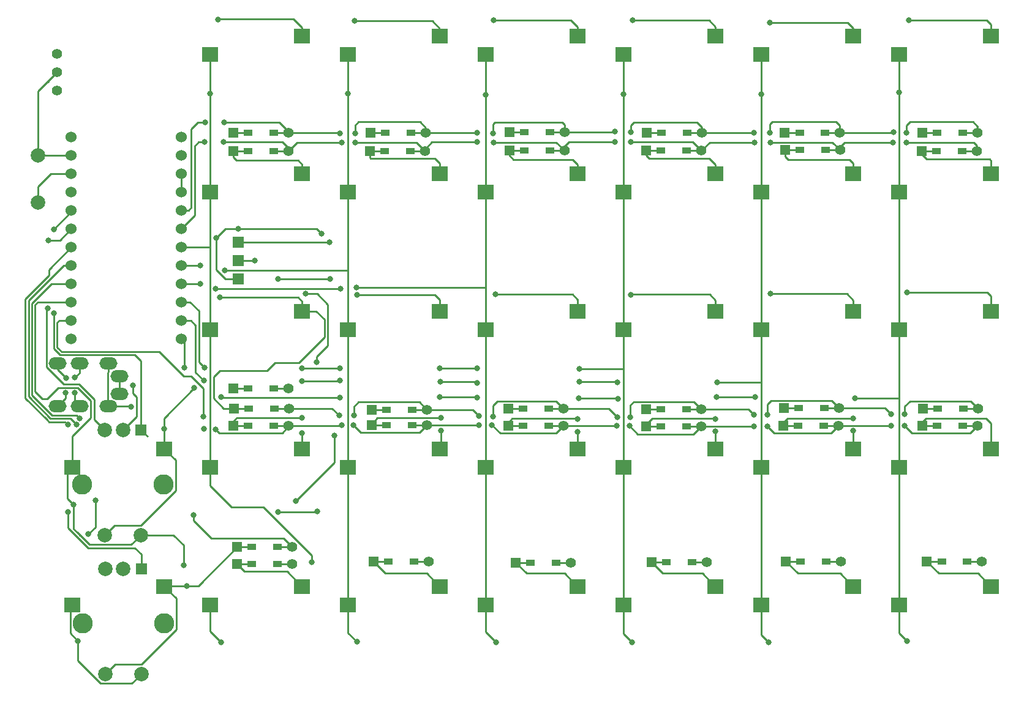
<source format=gbr>
G04 #@! TF.GenerationSoftware,KiCad,Pcbnew,(5.1.6-0-10_14)*
G04 #@! TF.CreationDate,2022-09-23T19:30:47+09:00*
G04 #@! TF.ProjectId,cool664,636f6f6c-3636-4342-9e6b-696361645f70,rev?*
G04 #@! TF.SameCoordinates,Original*
G04 #@! TF.FileFunction,Copper,L2,Bot*
G04 #@! TF.FilePolarity,Positive*
%FSLAX46Y46*%
G04 Gerber Fmt 4.6, Leading zero omitted, Abs format (unit mm)*
G04 Created by KiCad (PCBNEW (5.1.6-0-10_14)) date 2022-09-23 19:30:47*
%MOMM*%
%LPD*%
G01*
G04 APERTURE LIST*
G04 #@! TA.AperFunction,ComponentPad*
%ADD10C,1.397000*%
G04 #@! TD*
G04 #@! TA.AperFunction,ComponentPad*
%ADD11C,2.000000*%
G04 #@! TD*
G04 #@! TA.AperFunction,SMDPad,CuDef*
%ADD12R,1.524000X1.524000*%
G04 #@! TD*
G04 #@! TA.AperFunction,ComponentPad*
%ADD13O,2.500000X1.700000*%
G04 #@! TD*
G04 #@! TA.AperFunction,ComponentPad*
%ADD14C,1.524000*%
G04 #@! TD*
G04 #@! TA.AperFunction,SMDPad,CuDef*
%ADD15R,1.300000X0.950000*%
G04 #@! TD*
G04 #@! TA.AperFunction,ComponentPad*
%ADD16R,1.397000X1.397000*%
G04 #@! TD*
G04 #@! TA.AperFunction,SMDPad,CuDef*
%ADD17R,2.300000X2.000000*%
G04 #@! TD*
G04 #@! TA.AperFunction,ComponentPad*
%ADD18C,2.800000*%
G04 #@! TD*
G04 #@! TA.AperFunction,ComponentPad*
%ADD19R,1.500000X1.500000*%
G04 #@! TD*
G04 #@! TA.AperFunction,ViaPad*
%ADD20C,0.800000*%
G04 #@! TD*
G04 #@! TA.AperFunction,Conductor*
%ADD21C,0.250000*%
G04 #@! TD*
G04 APERTURE END LIST*
D10*
X114420000Y-103410000D03*
X114420000Y-100870000D03*
X114420000Y-98330000D03*
D11*
X111740000Y-112350000D03*
X111740000Y-118850000D03*
D12*
X139410000Y-129490000D03*
X139410000Y-126950000D03*
X139410000Y-124410000D03*
D13*
X122990000Y-145350000D03*
X121490000Y-141150000D03*
X117490000Y-141150000D03*
X114490000Y-141150000D03*
X117490000Y-147100000D03*
X114490000Y-147100000D03*
X122990000Y-142900000D03*
X121490000Y-147100000D03*
D14*
X116371400Y-109822000D03*
X116371400Y-112362000D03*
X116371400Y-114902000D03*
X116371400Y-117442000D03*
X116371400Y-119982000D03*
X116371400Y-122522000D03*
X116371400Y-125062000D03*
X116371400Y-127602000D03*
X116371400Y-130142000D03*
X116371400Y-132682000D03*
X116371400Y-135222000D03*
X116371400Y-137762000D03*
X131591400Y-137762000D03*
X131591400Y-135222000D03*
X131591400Y-132682000D03*
X131591400Y-130142000D03*
X131591400Y-127602000D03*
X131591400Y-125062000D03*
X131591400Y-122522000D03*
X131591400Y-119982000D03*
X131591400Y-117442000D03*
X131591400Y-114902000D03*
X131591400Y-112362000D03*
X131591400Y-109822000D03*
D15*
X144325000Y-109250000D03*
X140775000Y-109250000D03*
D16*
X138740000Y-109250000D03*
D10*
X146360000Y-109250000D03*
X165390000Y-109250000D03*
D16*
X157770000Y-109250000D03*
D15*
X159805000Y-109250000D03*
X163355000Y-109250000D03*
X182515000Y-109160000D03*
X178965000Y-109160000D03*
D16*
X176930000Y-109160000D03*
D10*
X184550000Y-109160000D03*
X203550000Y-109250000D03*
D16*
X195930000Y-109250000D03*
D15*
X197965000Y-109250000D03*
X201515000Y-109250000D03*
D10*
X222630000Y-109230000D03*
D16*
X215010000Y-109230000D03*
D15*
X217045000Y-109230000D03*
X220595000Y-109230000D03*
X239595000Y-109250000D03*
X236045000Y-109250000D03*
D16*
X234010000Y-109250000D03*
D10*
X241630000Y-109250000D03*
D15*
X144345000Y-111750000D03*
X140795000Y-111750000D03*
D16*
X138760000Y-111750000D03*
D10*
X146380000Y-111750000D03*
X165280000Y-111770000D03*
D16*
X157660000Y-111770000D03*
D15*
X159695000Y-111770000D03*
X163245000Y-111770000D03*
D10*
X184560000Y-111730000D03*
D16*
X176940000Y-111730000D03*
D15*
X178975000Y-111730000D03*
X182525000Y-111730000D03*
D10*
X203490000Y-111730000D03*
D16*
X195870000Y-111730000D03*
D15*
X197905000Y-111730000D03*
X201455000Y-111730000D03*
D10*
X222650000Y-111640000D03*
D16*
X215030000Y-111640000D03*
D15*
X217065000Y-111640000D03*
X220615000Y-111640000D03*
D10*
X241520000Y-111740000D03*
D16*
X233900000Y-111740000D03*
D15*
X235935000Y-111740000D03*
X239485000Y-111740000D03*
X144435000Y-147380000D03*
X140885000Y-147380000D03*
D16*
X138850000Y-147380000D03*
D10*
X146470000Y-147380000D03*
D15*
X163455000Y-147550000D03*
X159905000Y-147550000D03*
D16*
X157870000Y-147550000D03*
D10*
X165490000Y-147550000D03*
X184370000Y-147410000D03*
D16*
X176750000Y-147410000D03*
D15*
X178785000Y-147410000D03*
X182335000Y-147410000D03*
X201455000Y-147490000D03*
X197905000Y-147490000D03*
D16*
X195870000Y-147490000D03*
D10*
X203490000Y-147490000D03*
X222500000Y-147340000D03*
D16*
X214880000Y-147340000D03*
D15*
X216915000Y-147340000D03*
X220465000Y-147340000D03*
X239675000Y-147390000D03*
X236125000Y-147390000D03*
D16*
X234090000Y-147390000D03*
D10*
X241710000Y-147390000D03*
X146410000Y-144640000D03*
D16*
X138790000Y-144640000D03*
D15*
X140825000Y-144640000D03*
X144375000Y-144640000D03*
X144385000Y-149750000D03*
X140835000Y-149750000D03*
D16*
X138800000Y-149750000D03*
D10*
X146420000Y-149750000D03*
D15*
X163455000Y-149730000D03*
X159905000Y-149730000D03*
D16*
X157870000Y-149730000D03*
D10*
X165490000Y-149730000D03*
D15*
X182335000Y-149820000D03*
X178785000Y-149820000D03*
D16*
X176750000Y-149820000D03*
D10*
X184370000Y-149820000D03*
D15*
X201435000Y-149840000D03*
X197885000Y-149840000D03*
D16*
X195850000Y-149840000D03*
D10*
X203470000Y-149840000D03*
D15*
X220365000Y-149770000D03*
X216815000Y-149770000D03*
D16*
X214780000Y-149770000D03*
D10*
X222400000Y-149770000D03*
D15*
X239605000Y-149760000D03*
X236055000Y-149760000D03*
D16*
X234020000Y-149760000D03*
D10*
X241640000Y-149760000D03*
X146930000Y-166580000D03*
D16*
X139310000Y-166580000D03*
D15*
X141345000Y-166580000D03*
X144895000Y-166580000D03*
D10*
X146880000Y-168940000D03*
D16*
X139260000Y-168940000D03*
D15*
X141295000Y-168940000D03*
X144845000Y-168940000D03*
D10*
X165760000Y-168600000D03*
D16*
X158140000Y-168600000D03*
D15*
X160175000Y-168600000D03*
X163725000Y-168600000D03*
X183385000Y-168750000D03*
X179835000Y-168750000D03*
D16*
X177800000Y-168750000D03*
D10*
X185420000Y-168750000D03*
X204180000Y-168700000D03*
D16*
X196560000Y-168700000D03*
D15*
X198595000Y-168700000D03*
X202145000Y-168700000D03*
X220745000Y-168600000D03*
X217195000Y-168600000D03*
D16*
X215160000Y-168600000D03*
D10*
X222780000Y-168600000D03*
X242270000Y-168550000D03*
D16*
X234650000Y-168550000D03*
D15*
X236685000Y-168550000D03*
X240235000Y-168550000D03*
D17*
X148280000Y-95820000D03*
X135580000Y-98360000D03*
X167330000Y-95820000D03*
X154630000Y-98360000D03*
X186380000Y-95820000D03*
X173680000Y-98360000D03*
X205430000Y-95820000D03*
X192730000Y-98360000D03*
X224480000Y-95820000D03*
X211780000Y-98360000D03*
X230830000Y-98360000D03*
X243530000Y-95820000D03*
X135580000Y-117410000D03*
X148280000Y-114870000D03*
X154630000Y-117410000D03*
X167330000Y-114870000D03*
X173680000Y-117410000D03*
X186380000Y-114870000D03*
X205430000Y-114870000D03*
X192730000Y-117410000D03*
X211780000Y-117410000D03*
X224480000Y-114870000D03*
X230830000Y-117410000D03*
X243530000Y-114870000D03*
X148280000Y-133920000D03*
X135580000Y-136460000D03*
X154630000Y-136460000D03*
X167330000Y-133920000D03*
X173680000Y-136460000D03*
X186380000Y-133920000D03*
X192730000Y-136460000D03*
X205430000Y-133920000D03*
X211780000Y-136460000D03*
X224480000Y-133920000D03*
X230830000Y-136460000D03*
X243530000Y-133920000D03*
X129230000Y-152970000D03*
X116530000Y-155510000D03*
X135580000Y-155510000D03*
X148280000Y-152970000D03*
X167330000Y-152970000D03*
X154630000Y-155510000D03*
X173680000Y-155510000D03*
X186380000Y-152970000D03*
X205430000Y-152970000D03*
X192730000Y-155510000D03*
X211780000Y-155510000D03*
X224480000Y-152970000D03*
X243530000Y-152970000D03*
X230830000Y-155510000D03*
X116530000Y-174560000D03*
X129230000Y-172020000D03*
X148280000Y-172020000D03*
X135580000Y-174560000D03*
X154630000Y-174560000D03*
X167330000Y-172020000D03*
X186380000Y-172020000D03*
X173680000Y-174560000D03*
X205430000Y-172020000D03*
X192730000Y-174560000D03*
X224480000Y-172020000D03*
X211780000Y-174560000D03*
X243530000Y-172020000D03*
X230830000Y-174560000D03*
D11*
X120990000Y-164920000D03*
X125990000Y-164920000D03*
D18*
X117890000Y-157920000D03*
X129090000Y-157920000D03*
D11*
X120990000Y-150420000D03*
X123490000Y-150420000D03*
D19*
X125990000Y-150420000D03*
X126060000Y-169630000D03*
D11*
X123560000Y-169630000D03*
X121060000Y-169630000D03*
D18*
X129160000Y-177130000D03*
X117960000Y-177130000D03*
D11*
X126060000Y-184130000D03*
X121060000Y-184130000D03*
D20*
X136630000Y-93565973D03*
X155490000Y-93770000D03*
X174770000Y-93690000D03*
X193970000Y-93690000D03*
X212900000Y-94000000D03*
X232150000Y-93630000D03*
X136880000Y-132050000D03*
X155830000Y-131670000D03*
X175000000Y-131610000D03*
X193730000Y-131640000D03*
X213040000Y-131530000D03*
X231940000Y-131360000D03*
X129160000Y-150180000D03*
X133365858Y-144544142D03*
X148280000Y-148670000D03*
X148280000Y-150780000D03*
X167430000Y-148670000D03*
X167430000Y-150510000D03*
X186380000Y-148830000D03*
X186380000Y-150610000D03*
X205420000Y-148850000D03*
X205360000Y-150565000D03*
X224430000Y-148800000D03*
X224430000Y-150495000D03*
X153530000Y-109280000D03*
X155600000Y-109330000D03*
X172460000Y-109200000D03*
X174640000Y-109300000D03*
X191510000Y-109100000D03*
X193710000Y-109160000D03*
X210720000Y-109240000D03*
X212970000Y-109210000D03*
X230000000Y-109180000D03*
X231850000Y-109210000D03*
X134855000Y-107810000D03*
X137480000Y-107780000D03*
X231840000Y-110610000D03*
X229930000Y-110580000D03*
X212990000Y-110560000D03*
X210780000Y-110560000D03*
X193740000Y-110530000D03*
X191520000Y-110500000D03*
X174720000Y-110560000D03*
X172470000Y-110540000D03*
X155640000Y-110590000D03*
X153750000Y-110590000D03*
X134790000Y-110540000D03*
X137450000Y-110540000D03*
X134640000Y-148540000D03*
X153400000Y-148390000D03*
X155420000Y-148390000D03*
X172710000Y-148420000D03*
X174670000Y-148480000D03*
X191830000Y-148610000D03*
X193590000Y-148580000D03*
X210760000Y-148290000D03*
X212630000Y-148290000D03*
X229690000Y-148170000D03*
X231600000Y-148170000D03*
X134710000Y-150180000D03*
X136305000Y-150280000D03*
X153740000Y-149740000D03*
X155355000Y-149740000D03*
X172740000Y-149720000D03*
X174520000Y-149720000D03*
X191800000Y-149800000D03*
X193520000Y-149800000D03*
X210710000Y-149840000D03*
X212610000Y-149880000D03*
X229680000Y-149830000D03*
X231555000Y-149770000D03*
X147420000Y-160200000D03*
X152735000Y-151170000D03*
X124650000Y-147130000D03*
X152090000Y-124400000D03*
X144990000Y-129510000D03*
X152120010Y-129499990D03*
X144920000Y-161710000D03*
X150400000Y-161670000D03*
X150990000Y-123170000D03*
X116880000Y-143120000D03*
X116880000Y-145230000D03*
X124884990Y-144174990D03*
X136369142Y-123800858D03*
X139410000Y-122500000D03*
X148740000Y-131515000D03*
X150320000Y-141020000D03*
X115630000Y-143155000D03*
X115610000Y-145260000D03*
X141740000Y-126910000D03*
X135580000Y-103840000D03*
X137070000Y-179750000D03*
X149590000Y-168630000D03*
X154630000Y-103810000D03*
X134220000Y-127620000D03*
X137550000Y-128310000D03*
X155850000Y-179680000D03*
X173680000Y-103950000D03*
X134180000Y-130140000D03*
X136330000Y-130790000D03*
X153610000Y-130790000D03*
X155795929Y-130670579D03*
X175070000Y-179740000D03*
X192730000Y-103890000D03*
X134750000Y-141710000D03*
X148250000Y-141790000D03*
X153515000Y-141790000D03*
X167340000Y-141790000D03*
X172455000Y-141850000D03*
X186610000Y-141880000D03*
X193900000Y-179750000D03*
X211780000Y-103890000D03*
X134700000Y-143540000D03*
X148290000Y-143600000D03*
X153515000Y-143560000D03*
X167350000Y-143730000D03*
X172455000Y-143860000D03*
X186590000Y-143670000D03*
X191830000Y-143740000D03*
X205630000Y-143740000D03*
X212770000Y-179750000D03*
X230830000Y-103650000D03*
X153515000Y-145870000D03*
X167340000Y-145810000D03*
X172490000Y-145870000D03*
X186520000Y-145950000D03*
X191930000Y-146040000D03*
X205590000Y-145790000D03*
X210870000Y-145840000D03*
X224720000Y-145940000D03*
X131970000Y-141740000D03*
X137040000Y-145820000D03*
X231890000Y-179560000D03*
X116680000Y-160720000D03*
X117290000Y-179570000D03*
X131880000Y-169110000D03*
X113970000Y-134220000D03*
X113990000Y-122580000D03*
X113115000Y-133510000D03*
X113170000Y-124100000D03*
X117520000Y-148770000D03*
X133260000Y-162130000D03*
X132350000Y-171970000D03*
X115875010Y-149649003D03*
X115875010Y-161770000D03*
X119700000Y-160120000D03*
X117068779Y-149662414D03*
X118740000Y-164770000D03*
D21*
X148280000Y-95820000D02*
X148280000Y-94660000D01*
X148280000Y-94660000D02*
X147090000Y-93470000D01*
X136725973Y-93470000D02*
X136630000Y-93565973D01*
X147090000Y-93470000D02*
X136725973Y-93470000D01*
X138740000Y-109250000D02*
X140775000Y-109250000D01*
X167330000Y-95820000D02*
X167330000Y-94840000D01*
X167330000Y-94840000D02*
X166260000Y-93770000D01*
X166260000Y-93770000D02*
X155490000Y-93770000D01*
X159805000Y-109250000D02*
X157770000Y-109250000D01*
X186380000Y-95820000D02*
X186380000Y-94610000D01*
X185460000Y-93690000D02*
X174770000Y-93690000D01*
X186380000Y-94610000D02*
X185460000Y-93690000D01*
X176930000Y-109160000D02*
X178965000Y-109160000D01*
X205430000Y-95820000D02*
X205430000Y-94580000D01*
X204540000Y-93690000D02*
X193970000Y-93690000D01*
X205430000Y-94580000D02*
X204540000Y-93690000D01*
X195930000Y-109250000D02*
X197965000Y-109250000D01*
X224480000Y-95820000D02*
X224480000Y-94760000D01*
X223720000Y-94000000D02*
X212900000Y-94000000D01*
X224480000Y-94760000D02*
X223720000Y-94000000D01*
X215010000Y-109230000D02*
X217045000Y-109230000D01*
X232150000Y-93630000D02*
X242890000Y-93630000D01*
X243530000Y-94270000D02*
X243530000Y-95820000D01*
X242890000Y-93630000D02*
X243530000Y-94270000D01*
X234010000Y-109250000D02*
X236045000Y-109250000D01*
X140795000Y-111750000D02*
X138760000Y-111750000D01*
X138760000Y-111750000D02*
X138760000Y-112600000D01*
X138760000Y-112600000D02*
X139220000Y-113060000D01*
X139220000Y-113060000D02*
X147730000Y-113060000D01*
X148280000Y-113610000D02*
X148280000Y-114870000D01*
X147730000Y-113060000D02*
X148280000Y-113610000D01*
X157660000Y-111770000D02*
X159695000Y-111770000D01*
X157660000Y-111770000D02*
X157660000Y-112680000D01*
X157773501Y-112793501D02*
X166646499Y-112793501D01*
X157660000Y-112680000D02*
X157773501Y-112793501D01*
X167330000Y-113477002D02*
X167330000Y-114870000D01*
X166646499Y-112793501D02*
X167330000Y-113477002D01*
X178975000Y-111730000D02*
X176940000Y-111730000D01*
X176940000Y-111730000D02*
X176940000Y-112380000D01*
X176940000Y-112380000D02*
X177490000Y-112930000D01*
X177490000Y-112930000D02*
X185710000Y-112930000D01*
X186380000Y-113600000D02*
X186380000Y-114870000D01*
X185710000Y-112930000D02*
X186380000Y-113600000D01*
X197905000Y-111730000D02*
X195870000Y-111730000D01*
X195870000Y-111730000D02*
X195870000Y-112400000D01*
X196223501Y-112753501D02*
X204583501Y-112753501D01*
X195870000Y-112400000D02*
X196223501Y-112753501D01*
X205430000Y-113600000D02*
X205430000Y-114870000D01*
X204583501Y-112753501D02*
X205430000Y-113600000D01*
X215030000Y-111640000D02*
X217065000Y-111640000D01*
X215030000Y-111640000D02*
X215030000Y-112510000D01*
X215030000Y-112510000D02*
X215460000Y-112940000D01*
X215460000Y-112940000D02*
X223910000Y-112940000D01*
X224480000Y-113510000D02*
X224480000Y-114870000D01*
X223910000Y-112940000D02*
X224480000Y-113510000D01*
X233900000Y-111740000D02*
X235935000Y-111740000D01*
X233900000Y-111740000D02*
X233900000Y-112220000D01*
X233900000Y-112220000D02*
X234590000Y-112910000D01*
X234590000Y-112910000D02*
X243300000Y-112910000D01*
X243530000Y-113140000D02*
X243530000Y-114870000D01*
X243300000Y-112910000D02*
X243530000Y-113140000D01*
X140885000Y-147380000D02*
X138850000Y-147380000D01*
X136880000Y-132050000D02*
X147710000Y-132050000D01*
X148280000Y-132620000D02*
X148280000Y-133920000D01*
X147710000Y-132050000D02*
X148280000Y-132620000D01*
X144530000Y-141030000D02*
X143400000Y-142160000D01*
X147840000Y-141030000D02*
X144530000Y-141030000D01*
X136040000Y-142990000D02*
X136040000Y-145990000D01*
X136870000Y-142160000D02*
X136040000Y-142990000D01*
X151360000Y-135060000D02*
X151360000Y-137510000D01*
X150220000Y-133920000D02*
X151360000Y-135060000D01*
X137430000Y-147380000D02*
X138850000Y-147380000D01*
X143400000Y-142160000D02*
X136870000Y-142160000D01*
X151360000Y-137510000D02*
X147840000Y-141030000D01*
X136040000Y-145990000D02*
X137430000Y-147380000D01*
X148280000Y-133920000D02*
X150220000Y-133920000D01*
X157870000Y-147550000D02*
X159905000Y-147550000D01*
X167330000Y-133920000D02*
X167330000Y-132380000D01*
X167330000Y-132380000D02*
X166610000Y-131660000D01*
X155840000Y-131660000D02*
X155830000Y-131670000D01*
X166610000Y-131660000D02*
X155840000Y-131660000D01*
X176750000Y-147410000D02*
X178785000Y-147410000D01*
X186380000Y-132310000D02*
X186380000Y-133920000D01*
X185680000Y-131610000D02*
X186380000Y-132310000D01*
X175000000Y-131610000D02*
X185680000Y-131610000D01*
X195870000Y-147490000D02*
X197905000Y-147490000D01*
X205430000Y-133920000D02*
X205430000Y-132440000D01*
X205430000Y-132440000D02*
X204600000Y-131610000D01*
X193760000Y-131610000D02*
X193730000Y-131640000D01*
X204600000Y-131610000D02*
X193760000Y-131610000D01*
X214880000Y-147340000D02*
X216915000Y-147340000D01*
X213040000Y-131530000D02*
X223600000Y-131530000D01*
X224480000Y-132410000D02*
X224480000Y-133920000D01*
X223600000Y-131530000D02*
X224480000Y-132410000D01*
X236125000Y-147390000D02*
X234090000Y-147390000D01*
X243530000Y-133920000D02*
X243530000Y-132520000D01*
X243530000Y-132520000D02*
X243530000Y-132010000D01*
X243530000Y-132010000D02*
X243530000Y-131880000D01*
X243010000Y-131360000D02*
X231940000Y-131360000D01*
X243530000Y-131880000D02*
X243010000Y-131360000D01*
X129160000Y-152900000D02*
X129230000Y-152970000D01*
X129160000Y-150180000D02*
X129160000Y-152900000D01*
X138790000Y-144640000D02*
X140825000Y-144640000D01*
X129160000Y-148750000D02*
X129160000Y-150180000D01*
X133365858Y-144544142D02*
X129160000Y-148750000D01*
X130815001Y-154555001D02*
X129230000Y-152970000D01*
X130815001Y-158748001D02*
X130815001Y-154555001D01*
X125968003Y-163594999D02*
X130815001Y-158748001D01*
X122315001Y-163594999D02*
X125968003Y-163594999D01*
X120990000Y-164920000D02*
X122315001Y-163594999D01*
X138800000Y-149750000D02*
X140835000Y-149750000D01*
X138800000Y-149750000D02*
X138800000Y-149140000D01*
X139270000Y-148670000D02*
X148280000Y-148670000D01*
X138800000Y-149140000D02*
X139270000Y-148670000D01*
X148280000Y-150780000D02*
X148280000Y-152970000D01*
X159905000Y-149730000D02*
X157870000Y-149730000D01*
X157870000Y-149730000D02*
X157870000Y-149500000D01*
X158700000Y-148670000D02*
X167430000Y-148670000D01*
X157870000Y-149500000D02*
X158700000Y-148670000D01*
X167430000Y-152870000D02*
X167330000Y-152970000D01*
X167430000Y-150510000D02*
X167430000Y-152870000D01*
X178785000Y-149820000D02*
X176750000Y-149820000D01*
X176750000Y-149820000D02*
X176750000Y-149370000D01*
X186346499Y-148796499D02*
X186380000Y-148830000D01*
X177323501Y-148796499D02*
X186346499Y-148796499D01*
X176750000Y-149370000D02*
X177323501Y-148796499D01*
X186380000Y-150610000D02*
X186380000Y-152970000D01*
X195850000Y-149840000D02*
X197885000Y-149840000D01*
X195850000Y-149840000D02*
X195850000Y-149630000D01*
X205386499Y-148816499D02*
X205420000Y-148850000D01*
X196663501Y-148816499D02*
X205386499Y-148816499D01*
X195850000Y-149630000D02*
X196663501Y-148816499D01*
X205360000Y-152900000D02*
X205430000Y-152970000D01*
X205360000Y-150565000D02*
X205360000Y-152900000D01*
X216815000Y-149770000D02*
X214780000Y-149770000D01*
X214780000Y-149770000D02*
X214780000Y-149390000D01*
X224376499Y-148746499D02*
X224430000Y-148800000D01*
X215423501Y-148746499D02*
X224376499Y-148746499D01*
X214780000Y-149390000D02*
X215423501Y-148746499D01*
X224430000Y-152920000D02*
X224480000Y-152970000D01*
X224430000Y-150495000D02*
X224430000Y-152920000D01*
X234020000Y-149760000D02*
X236055000Y-149760000D01*
X234020000Y-149760000D02*
X234020000Y-149260000D01*
X234543501Y-148736499D02*
X242826499Y-148736499D01*
X234020000Y-149260000D02*
X234543501Y-148736499D01*
X243530000Y-149440000D02*
X243530000Y-152970000D01*
X242826499Y-148736499D02*
X243530000Y-149440000D01*
X239595000Y-109250000D02*
X241630000Y-109250000D01*
X220595000Y-109230000D02*
X222630000Y-109230000D01*
X201515000Y-109250000D02*
X203550000Y-109250000D01*
X182515000Y-109160000D02*
X184550000Y-109160000D01*
X163355000Y-109250000D02*
X165390000Y-109250000D01*
X144325000Y-109250000D02*
X146360000Y-109250000D01*
X153500000Y-109250000D02*
X153530000Y-109280000D01*
X146360000Y-109250000D02*
X153500000Y-109250000D01*
X155600000Y-109330000D02*
X155600000Y-108200000D01*
X155600000Y-108200000D02*
X156050000Y-107750000D01*
X156050000Y-107750000D02*
X164590000Y-107750000D01*
X165390000Y-108550000D02*
X165390000Y-109250000D01*
X164590000Y-107750000D02*
X165390000Y-108550000D01*
X172410000Y-109250000D02*
X172460000Y-109200000D01*
X165390000Y-109250000D02*
X172410000Y-109250000D01*
X174640000Y-109300000D02*
X174640000Y-108060000D01*
X174640000Y-108060000D02*
X174890000Y-107810000D01*
X174890000Y-107810000D02*
X184260000Y-107810000D01*
X184550000Y-108100000D02*
X184550000Y-109160000D01*
X184260000Y-107810000D02*
X184550000Y-108100000D01*
X191450000Y-109160000D02*
X191510000Y-109100000D01*
X184550000Y-109160000D02*
X191450000Y-109160000D01*
X193710000Y-109160000D02*
X193710000Y-108220000D01*
X193710000Y-108220000D02*
X194130000Y-107800000D01*
X194130000Y-107800000D02*
X202840000Y-107800000D01*
X203550000Y-108510000D02*
X203550000Y-109250000D01*
X202840000Y-107800000D02*
X203550000Y-108510000D01*
X210710000Y-109250000D02*
X210720000Y-109240000D01*
X203550000Y-109250000D02*
X210710000Y-109250000D01*
X222630000Y-108240000D02*
X222630000Y-109230000D01*
X222090000Y-107700000D02*
X222630000Y-108240000D01*
X212970000Y-108010000D02*
X213280000Y-107700000D01*
X213280000Y-107700000D02*
X222090000Y-107700000D01*
X212970000Y-109210000D02*
X212970000Y-108010000D01*
X229950000Y-109230000D02*
X230000000Y-109180000D01*
X222630000Y-109230000D02*
X229950000Y-109230000D01*
X241630000Y-108370000D02*
X241630000Y-109250000D01*
X232290000Y-107750000D02*
X241010000Y-107750000D01*
X231850000Y-108190000D02*
X232290000Y-107750000D01*
X241010000Y-107750000D02*
X241630000Y-108370000D01*
X231850000Y-109210000D02*
X231850000Y-108190000D01*
X137480000Y-107780000D02*
X145110000Y-107780000D01*
X146360000Y-109030000D02*
X146360000Y-109250000D01*
X145110000Y-107780000D02*
X146360000Y-109030000D01*
X134855000Y-107810000D02*
X133880000Y-107810000D01*
X133880000Y-107810000D02*
X132960000Y-108730000D01*
X132960000Y-119590000D02*
X132568000Y-119982000D01*
X132960000Y-108730000D02*
X132960000Y-119590000D01*
X131591400Y-119982000D02*
X132568000Y-119982000D01*
X241520000Y-111740000D02*
X239485000Y-111740000D01*
X220615000Y-111640000D02*
X222650000Y-111640000D01*
X203490000Y-111730000D02*
X201455000Y-111730000D01*
X184560000Y-111730000D02*
X182525000Y-111730000D01*
X165280000Y-111770000D02*
X163245000Y-111770000D01*
X146380000Y-111750000D02*
X144345000Y-111750000D01*
X241520000Y-111740000D02*
X241520000Y-111040000D01*
X241520000Y-111040000D02*
X241090000Y-110610000D01*
X241090000Y-110610000D02*
X231840000Y-110610000D01*
X229930000Y-110580000D02*
X223270000Y-110580000D01*
X222650000Y-111200000D02*
X222650000Y-111640000D01*
X223270000Y-110580000D02*
X222650000Y-111200000D01*
X222650000Y-111640000D02*
X221650000Y-110640000D01*
X221570000Y-110560000D02*
X212990000Y-110560000D01*
X221650000Y-110640000D02*
X221570000Y-110560000D01*
X204660000Y-110560000D02*
X203490000Y-111730000D01*
X210780000Y-110560000D02*
X204660000Y-110560000D01*
X203490000Y-111730000D02*
X202290000Y-110530000D01*
X202290000Y-110530000D02*
X193740000Y-110530000D01*
X191520000Y-110500000D02*
X185160000Y-110500000D01*
X184560000Y-111100000D02*
X184560000Y-111730000D01*
X185160000Y-110500000D02*
X184560000Y-111100000D01*
X184560000Y-111730000D02*
X183380000Y-110550000D01*
X174730000Y-110550000D02*
X174720000Y-110560000D01*
X183380000Y-110550000D02*
X174730000Y-110550000D01*
X172470000Y-110540000D02*
X166240000Y-110540000D01*
X165280000Y-111500000D02*
X165280000Y-111770000D01*
X166240000Y-110540000D02*
X165280000Y-111500000D01*
X165280000Y-111770000D02*
X164120000Y-110610000D01*
X155660000Y-110610000D02*
X155640000Y-110590000D01*
X164120000Y-110610000D02*
X155660000Y-110610000D01*
X147540000Y-110590000D02*
X146380000Y-111750000D01*
X153750000Y-110590000D02*
X147540000Y-110590000D01*
X131591400Y-122522000D02*
X133450000Y-120663400D01*
X133450000Y-120663400D02*
X133450000Y-111070000D01*
X133980000Y-110540000D02*
X134790000Y-110540000D01*
X133450000Y-111070000D02*
X133980000Y-110540000D01*
X137450000Y-110540000D02*
X145560000Y-110540000D01*
X146380000Y-111360000D02*
X146380000Y-111750000D01*
X145560000Y-110540000D02*
X146380000Y-111360000D01*
X241710000Y-147390000D02*
X239675000Y-147390000D01*
X144435000Y-147380000D02*
X146470000Y-147380000D01*
X163455000Y-147550000D02*
X165490000Y-147550000D01*
X182335000Y-147410000D02*
X184370000Y-147410000D01*
X203490000Y-147490000D02*
X201455000Y-147490000D01*
X222500000Y-147340000D02*
X220465000Y-147340000D01*
X152390000Y-147380000D02*
X153400000Y-148390000D01*
X146470000Y-147380000D02*
X152390000Y-147380000D01*
X155420000Y-148390000D02*
X155420000Y-147140000D01*
X164466499Y-146526499D02*
X165490000Y-147550000D01*
X156033501Y-146526499D02*
X164466499Y-146526499D01*
X155420000Y-147140000D02*
X156033501Y-146526499D01*
X165490000Y-147550000D02*
X171840000Y-147550000D01*
X171840000Y-147550000D02*
X172710000Y-148420000D01*
X174670000Y-148480000D02*
X174670000Y-147010000D01*
X175293501Y-146386499D02*
X183346499Y-146386499D01*
X183346499Y-146386499D02*
X184370000Y-147410000D01*
X174670000Y-147010000D02*
X175293501Y-146386499D01*
X190630000Y-147410000D02*
X191830000Y-148610000D01*
X184370000Y-147410000D02*
X190630000Y-147410000D01*
X193590000Y-147787998D02*
X193620000Y-147757998D01*
X193590000Y-148580000D02*
X193590000Y-147787998D01*
X193620000Y-147757998D02*
X193620000Y-146950000D01*
X194103501Y-146466499D02*
X202466499Y-146466499D01*
X202466499Y-146466499D02*
X203490000Y-147490000D01*
X193620000Y-146950000D02*
X194103501Y-146466499D01*
X209960000Y-147490000D02*
X210760000Y-148290000D01*
X203490000Y-147490000D02*
X209960000Y-147490000D01*
X212630000Y-148290000D02*
X212630000Y-146830000D01*
X221476499Y-146316499D02*
X222500000Y-147340000D01*
X213143501Y-146316499D02*
X221476499Y-146316499D01*
X212630000Y-146830000D02*
X213143501Y-146316499D01*
X228860000Y-147340000D02*
X229690000Y-148170000D01*
X222500000Y-147340000D02*
X228860000Y-147340000D01*
X231600000Y-148170000D02*
X231600000Y-147100000D01*
X240686499Y-146366499D02*
X241710000Y-147390000D01*
X232333501Y-146366499D02*
X240686499Y-146366499D01*
X231600000Y-147100000D02*
X232333501Y-146366499D01*
X134640000Y-144660000D02*
X134640000Y-148540000D01*
X132905000Y-142925000D02*
X134640000Y-144660000D01*
X131895000Y-142925000D02*
X132905000Y-142925000D01*
X128490000Y-139520000D02*
X131895000Y-142925000D01*
X122065019Y-139524981D02*
X122070000Y-139520000D01*
X114420010Y-138923600D02*
X115021391Y-139524981D01*
X114718000Y-135222000D02*
X114420010Y-135519990D01*
X122070000Y-139520000D02*
X128490000Y-139520000D01*
X116371400Y-135222000D02*
X114718000Y-135222000D01*
X115021391Y-139524981D02*
X122065019Y-139524981D01*
X114420010Y-135519990D02*
X114420010Y-138923600D01*
X239605000Y-149760000D02*
X241640000Y-149760000D01*
X144385000Y-149750000D02*
X146420000Y-149750000D01*
X165490000Y-149730000D02*
X163455000Y-149730000D01*
X184370000Y-149820000D02*
X182335000Y-149820000D01*
X201435000Y-149840000D02*
X203470000Y-149840000D01*
X220365000Y-149770000D02*
X222400000Y-149770000D01*
X134630000Y-150100000D02*
X134710000Y-150180000D01*
X136798501Y-150773501D02*
X145503501Y-150773501D01*
X136305000Y-150280000D02*
X136798501Y-150773501D01*
X146420000Y-149857002D02*
X146420000Y-149750000D01*
X145503501Y-150773501D02*
X146420000Y-149857002D01*
X153730000Y-149750000D02*
X153740000Y-149740000D01*
X146420000Y-149750000D02*
X153730000Y-149750000D01*
X164466499Y-150753501D02*
X165490000Y-149730000D01*
X156368501Y-150753501D02*
X164466499Y-150753501D01*
X155355000Y-149740000D02*
X156368501Y-150753501D01*
X172730000Y-149730000D02*
X172740000Y-149720000D01*
X165490000Y-149730000D02*
X172730000Y-149730000D01*
X183346499Y-150843501D02*
X184370000Y-149820000D01*
X175643501Y-150843501D02*
X183346499Y-150843501D01*
X174520000Y-149720000D02*
X175643501Y-150843501D01*
X191780000Y-149820000D02*
X191800000Y-149800000D01*
X184370000Y-149820000D02*
X191780000Y-149820000D01*
X193520000Y-149800000D02*
X194680000Y-150960000D01*
X202350000Y-150960000D02*
X203470000Y-149840000D01*
X194680000Y-150960000D02*
X202350000Y-150960000D01*
X203470000Y-149840000D02*
X210710000Y-149840000D01*
X221376499Y-150793501D02*
X222400000Y-149770000D01*
X213523501Y-150793501D02*
X221376499Y-150793501D01*
X212610000Y-149880000D02*
X213523501Y-150793501D01*
X229620000Y-149770000D02*
X229680000Y-149830000D01*
X222400000Y-149770000D02*
X229620000Y-149770000D01*
X232568501Y-150783501D02*
X240186499Y-150783501D01*
X231555000Y-149770000D02*
X232568501Y-150783501D01*
X240186499Y-150783501D02*
X240200000Y-150770000D01*
X240630000Y-150770000D02*
X241640000Y-149760000D01*
X240200000Y-150770000D02*
X240630000Y-150770000D01*
X146410000Y-144640000D02*
X144375000Y-144640000D01*
X122990000Y-142900000D02*
X122990000Y-145350000D01*
X147420000Y-160200000D02*
X152730000Y-154890000D01*
X152730000Y-151175000D02*
X152735000Y-151170000D01*
X152730000Y-154890000D02*
X152730000Y-151175000D01*
X124620000Y-147100000D02*
X124650000Y-147130000D01*
X121490000Y-147100000D02*
X124620000Y-147100000D01*
X121414990Y-147024990D02*
X121490000Y-147100000D01*
X121490000Y-142338285D02*
X121414990Y-142413295D01*
X121414990Y-142413295D02*
X121414990Y-147024990D01*
X121490000Y-141150000D02*
X121490000Y-142338285D01*
X139410000Y-124410000D02*
X139410000Y-124240000D01*
X152080000Y-124410000D02*
X152090000Y-124400000D01*
X139410000Y-124410000D02*
X152080000Y-124410000D01*
X152110000Y-129510000D02*
X152120010Y-129499990D01*
X144990000Y-129510000D02*
X152110000Y-129510000D01*
X131591400Y-114902000D02*
X131591400Y-117442000D01*
X111752000Y-112362000D02*
X111740000Y-112350000D01*
X116371400Y-112362000D02*
X111752000Y-112362000D01*
X111740000Y-103510000D02*
X111740000Y-112350000D01*
X150360000Y-161710000D02*
X150400000Y-161670000D01*
X144920000Y-161710000D02*
X150360000Y-161710000D01*
X117490000Y-142510000D02*
X116880000Y-143120000D01*
X117490000Y-141150000D02*
X117490000Y-142510000D01*
X116880000Y-146490000D02*
X117490000Y-147100000D01*
X116880000Y-145230000D02*
X116880000Y-146490000D01*
X125375001Y-148534999D02*
X125375001Y-145815001D01*
X123490000Y-150420000D02*
X125375001Y-148534999D01*
X125375001Y-145815001D02*
X124884990Y-145324990D01*
X124884990Y-145324990D02*
X124884990Y-144174990D01*
X113100000Y-102190000D02*
X113060000Y-102190000D01*
X114420000Y-100870000D02*
X113100000Y-102190000D01*
X113060000Y-102190000D02*
X111740000Y-103510000D01*
X114360000Y-100890000D02*
X113060000Y-102190000D01*
X136369142Y-128202144D02*
X136369142Y-123800858D01*
X137656998Y-129490000D02*
X136369142Y-128202144D01*
X139410000Y-129490000D02*
X137656998Y-129490000D01*
X150320000Y-122500000D02*
X150990000Y-123170000D01*
X139410000Y-122500000D02*
X150320000Y-122500000D01*
X137670000Y-122500000D02*
X136369142Y-123800858D01*
X139410000Y-122500000D02*
X137670000Y-122500000D01*
X114490000Y-142015000D02*
X115630000Y-143155000D01*
X114490000Y-141150000D02*
X114490000Y-142015000D01*
X115610000Y-145980000D02*
X114490000Y-147100000D01*
X115610000Y-145260000D02*
X115610000Y-145980000D01*
X150320000Y-141020000D02*
X150320000Y-140220000D01*
X150320000Y-140220000D02*
X151820000Y-138720000D01*
X151820000Y-138720000D02*
X151820000Y-133010000D01*
X150325000Y-131515000D02*
X148740000Y-131515000D01*
X151820000Y-133010000D02*
X150325000Y-131515000D01*
X139450000Y-126910000D02*
X139410000Y-126950000D01*
X141740000Y-126910000D02*
X139450000Y-126910000D01*
X135580000Y-98360000D02*
X135580000Y-103840000D01*
X135580000Y-136460000D02*
X135580000Y-155510000D01*
X135580000Y-103840000D02*
X135580000Y-117410000D01*
X135548000Y-125062000D02*
X135580000Y-125030000D01*
X135580000Y-125030000D02*
X135580000Y-136460000D01*
X131591400Y-125062000D02*
X135548000Y-125062000D01*
X135580000Y-117410000D02*
X135580000Y-125030000D01*
X135580000Y-178260000D02*
X137070000Y-179750000D01*
X135580000Y-174560000D02*
X135580000Y-178260000D01*
X149590000Y-167725218D02*
X142874782Y-161010000D01*
X149590000Y-168630000D02*
X149590000Y-167725218D01*
X135580000Y-158057002D02*
X135580000Y-155510000D01*
X138532998Y-161010000D02*
X135580000Y-158057002D01*
X142874782Y-161010000D02*
X138532998Y-161010000D01*
X154630000Y-155510000D02*
X154630000Y-136460000D01*
X154630000Y-117410000D02*
X154630000Y-103810000D01*
X154630000Y-103810000D02*
X154630000Y-98360000D01*
X134202000Y-127602000D02*
X134220000Y-127620000D01*
X131591400Y-127602000D02*
X134202000Y-127602000D01*
X154630000Y-128300000D02*
X154630000Y-117410000D01*
X154600000Y-128330000D02*
X154630000Y-128300000D01*
X154630000Y-136460000D02*
X154630000Y-128300000D01*
X154620000Y-128310000D02*
X154630000Y-128300000D01*
X137550000Y-128310000D02*
X154620000Y-128310000D01*
X154630000Y-178460000D02*
X155850000Y-179680000D01*
X154630000Y-174560000D02*
X154630000Y-178460000D01*
X154630000Y-155510000D02*
X154630000Y-174560000D01*
X173680000Y-98360000D02*
X173680000Y-103950000D01*
X173680000Y-136460000D02*
X173680000Y-155510000D01*
X173680000Y-103950000D02*
X173680000Y-117410000D01*
X134178000Y-130142000D02*
X134180000Y-130140000D01*
X131591400Y-130142000D02*
X134178000Y-130142000D01*
X136330000Y-130790000D02*
X153610000Y-130790000D01*
X173630579Y-130670579D02*
X173680000Y-130720000D01*
X173680000Y-130720000D02*
X173680000Y-136460000D01*
X155795929Y-130670579D02*
X173630579Y-130670579D01*
X173680000Y-117410000D02*
X173680000Y-130720000D01*
X173680000Y-178350000D02*
X175070000Y-179740000D01*
X173680000Y-174560000D02*
X173680000Y-178350000D01*
X173680000Y-155510000D02*
X173680000Y-174560000D01*
X192730000Y-136460000D02*
X192730000Y-117410000D01*
X192730000Y-117410000D02*
X192730000Y-103890000D01*
X192730000Y-103890000D02*
X192730000Y-98360000D01*
X131591400Y-132682000D02*
X132792000Y-132682000D01*
X132792000Y-132682000D02*
X134010000Y-133900000D01*
X134010000Y-140970000D02*
X134750000Y-141710000D01*
X134010000Y-133900000D02*
X134010000Y-140970000D01*
X148250000Y-141790000D02*
X153515000Y-141790000D01*
X172395000Y-141790000D02*
X172455000Y-141850000D01*
X167340000Y-141790000D02*
X172395000Y-141790000D01*
X186610000Y-141880000D02*
X192680000Y-141880000D01*
X192680000Y-141880000D02*
X192730000Y-141930000D01*
X192730000Y-141930000D02*
X192730000Y-136460000D01*
X192730000Y-155510000D02*
X192730000Y-141930000D01*
X192730000Y-178580000D02*
X193900000Y-179750000D01*
X192730000Y-174560000D02*
X192730000Y-178580000D01*
X192730000Y-155510000D02*
X192730000Y-174560000D01*
X211780000Y-98360000D02*
X211780000Y-103890000D01*
X211780000Y-117410000D02*
X211780000Y-136460000D01*
X211780000Y-103890000D02*
X211780000Y-117410000D01*
X131591400Y-135222000D02*
X132911990Y-135222000D01*
X132912000Y-135222000D02*
X133559990Y-135869990D01*
X132911990Y-135222000D02*
X132912000Y-135222000D01*
X133559990Y-135869990D02*
X133559990Y-142399990D01*
X133559990Y-142399990D02*
X134700000Y-143540000D01*
X153475000Y-143600000D02*
X153515000Y-143560000D01*
X148290000Y-143600000D02*
X153475000Y-143600000D01*
X172325000Y-143730000D02*
X172455000Y-143860000D01*
X167350000Y-143730000D02*
X172325000Y-143730000D01*
X191760000Y-143670000D02*
X191830000Y-143740000D01*
X186590000Y-143670000D02*
X191760000Y-143670000D01*
X205630000Y-143740000D02*
X211770000Y-143740000D01*
X211780000Y-143730000D02*
X211780000Y-155510000D01*
X211770000Y-143740000D02*
X211780000Y-143730000D01*
X211780000Y-136460000D02*
X211780000Y-143730000D01*
X211780000Y-178760000D02*
X212770000Y-179750000D01*
X211780000Y-174560000D02*
X211780000Y-178760000D01*
X211780000Y-155510000D02*
X211780000Y-174560000D01*
X230830000Y-117410000D02*
X230830000Y-103650000D01*
X230830000Y-103650000D02*
X230830000Y-98360000D01*
X230830000Y-136460000D02*
X230830000Y-117410000D01*
X131591400Y-137762000D02*
X132162000Y-137762000D01*
X148270000Y-145870000D02*
X153515000Y-145870000D01*
X172430000Y-145810000D02*
X172490000Y-145870000D01*
X167340000Y-145810000D02*
X172430000Y-145810000D01*
X191840000Y-145950000D02*
X191930000Y-146040000D01*
X186520000Y-145950000D02*
X191840000Y-145950000D01*
X210820000Y-145790000D02*
X210870000Y-145840000D01*
X205590000Y-145790000D02*
X210820000Y-145790000D01*
X230790000Y-145940000D02*
X230830000Y-145980000D01*
X224720000Y-145940000D02*
X230790000Y-145940000D01*
X230830000Y-145980000D02*
X230830000Y-136460000D01*
X230830000Y-155510000D02*
X230830000Y-145980000D01*
X131970000Y-138140600D02*
X131591400Y-137762000D01*
X131970000Y-141740000D02*
X131970000Y-138140600D01*
X137090000Y-145870000D02*
X137040000Y-145820000D01*
X148270000Y-145870000D02*
X137090000Y-145870000D01*
X230830000Y-178500000D02*
X231890000Y-179560000D01*
X230830000Y-174560000D02*
X230830000Y-178500000D01*
X230830000Y-174560000D02*
X230830000Y-155510000D01*
X116680000Y-160720000D02*
X116680000Y-164070000D01*
X117351501Y-144628499D02*
X117228001Y-144504999D01*
X114554003Y-144504999D02*
X112999002Y-146060000D01*
X117228001Y-144504999D02*
X114554003Y-144504999D01*
X117626501Y-144903499D02*
X117228001Y-144504999D01*
X117626501Y-144903499D02*
X117351501Y-144628499D01*
X112999002Y-146060000D02*
X112380998Y-146060000D01*
X111718000Y-132682000D02*
X114928000Y-132682000D01*
X114928000Y-132682000D02*
X116371400Y-132682000D01*
X113778000Y-132682000D02*
X114928000Y-132682000D01*
X115790000Y-156250000D02*
X116530000Y-155510000D01*
X115790000Y-159830000D02*
X115790000Y-156250000D01*
X116680000Y-160720000D02*
X115790000Y-159830000D01*
X116530000Y-151580000D02*
X116530000Y-155510000D01*
X119065010Y-148704990D02*
X116530000Y-151240000D01*
X116530000Y-151240000D02*
X116530000Y-151580000D01*
X119065010Y-146342008D02*
X119065010Y-148704990D01*
X117626501Y-144903499D02*
X119065010Y-146342008D01*
X118855001Y-166245001D02*
X117165000Y-164555000D01*
X124664999Y-166245001D02*
X118855001Y-166245001D01*
X125990000Y-164920000D02*
X124664999Y-166245001D01*
X117165000Y-164555000D02*
X117530000Y-164920000D01*
X116680000Y-164070000D02*
X117165000Y-164555000D01*
X116234999Y-174855001D02*
X116234999Y-178534999D01*
X116530000Y-174560000D02*
X116234999Y-174855001D01*
X117270000Y-179570000D02*
X117290000Y-179570000D01*
X116234999Y-178534999D02*
X117270000Y-179570000D01*
X124734999Y-185455001D02*
X126060000Y-184130000D01*
X117290000Y-182321002D02*
X120423999Y-185455001D01*
X120423999Y-185455001D02*
X124734999Y-185455001D01*
X117290000Y-179570000D02*
X117290000Y-182321002D01*
X111355499Y-133044501D02*
X111718000Y-132682000D01*
X111355499Y-145034501D02*
X111355499Y-133044501D01*
X112380998Y-146060000D02*
X111355499Y-145034501D01*
X131880000Y-169110000D02*
X131880000Y-166310000D01*
X130490000Y-164920000D02*
X125990000Y-164920000D01*
X131880000Y-166310000D02*
X130490000Y-164920000D01*
X111740000Y-118850000D02*
X111740000Y-116670000D01*
X113508000Y-114902000D02*
X116371400Y-114902000D01*
X111740000Y-116670000D02*
X113508000Y-114902000D01*
X126615218Y-150950000D02*
X126875218Y-151210000D01*
X113970000Y-139110000D02*
X113970000Y-134220000D01*
X114834989Y-139974989D02*
X113970000Y-139110000D01*
X125174989Y-139974989D02*
X114834989Y-139974989D01*
X125990000Y-140790000D02*
X125174989Y-139974989D01*
X125990000Y-150420000D02*
X125990000Y-140790000D01*
X116371400Y-120198600D02*
X116371400Y-119982000D01*
X113990000Y-122580000D02*
X116371400Y-120198600D01*
X119515019Y-148945019D02*
X119515019Y-146155607D01*
X119515019Y-146155607D02*
X117414401Y-144054989D01*
X120990000Y-150420000D02*
X119515019Y-148945019D01*
X112914990Y-133710010D02*
X113115000Y-133510000D01*
X112914990Y-141636705D02*
X112914990Y-133710010D01*
X115333274Y-144054989D02*
X112914990Y-141636705D01*
X117414401Y-144054989D02*
X115333274Y-144054989D01*
X114793400Y-124100000D02*
X116371400Y-122522000D01*
X113170000Y-124100000D02*
X114793400Y-124100000D01*
X144895000Y-166580000D02*
X146930000Y-166580000D01*
X146880000Y-168940000D02*
X144845000Y-168940000D01*
X163725000Y-168600000D02*
X165760000Y-168600000D01*
X183385000Y-168750000D02*
X185420000Y-168750000D01*
X202145000Y-168700000D02*
X204180000Y-168700000D01*
X220745000Y-168600000D02*
X222780000Y-168600000D01*
X240235000Y-168550000D02*
X242270000Y-168550000D01*
X113621590Y-130142000D02*
X110905489Y-132858101D01*
X116371400Y-130142000D02*
X113621590Y-130142000D01*
X110905491Y-145577206D02*
X113678285Y-148350000D01*
X110905489Y-132858101D02*
X110905491Y-145577206D01*
X113678285Y-148350000D02*
X115400000Y-148350000D01*
X117100000Y-148350000D02*
X117520000Y-148770000D01*
X115400000Y-148350000D02*
X117100000Y-148350000D01*
X133260000Y-162130000D02*
X133260000Y-162910000D01*
X133260000Y-162910000D02*
X135690000Y-165340000D01*
X145690000Y-165340000D02*
X146930000Y-166580000D01*
X135690000Y-165340000D02*
X145690000Y-165340000D01*
X129520000Y-171730000D02*
X129230000Y-172020000D01*
X122385001Y-182804999D02*
X121060000Y-184130000D01*
X126038003Y-182804999D02*
X122385001Y-182804999D01*
X130885001Y-177958001D02*
X126038003Y-182804999D01*
X130885001Y-173675001D02*
X130885001Y-177958001D01*
X129230000Y-172020000D02*
X130885001Y-173675001D01*
X139310000Y-166580000D02*
X141345000Y-166580000D01*
X129280000Y-171970000D02*
X129230000Y-172020000D01*
X132350000Y-171970000D02*
X129280000Y-171970000D01*
X133920000Y-171970000D02*
X139310000Y-166580000D01*
X132350000Y-171970000D02*
X133920000Y-171970000D01*
X141295000Y-168940000D02*
X139260000Y-168940000D01*
X146223501Y-169963501D02*
X148280000Y-172020000D01*
X140283501Y-169963501D02*
X146223501Y-169963501D01*
X139260000Y-168940000D02*
X140283501Y-169963501D01*
X158140000Y-168600000D02*
X160175000Y-168600000D01*
X165544999Y-170234999D02*
X159774999Y-170234999D01*
X159774999Y-170234999D02*
X158140000Y-168600000D01*
X167330000Y-172020000D02*
X165544999Y-170234999D01*
X177800000Y-168750000D02*
X179835000Y-168750000D01*
X179284999Y-170234999D02*
X177800000Y-168750000D01*
X184594999Y-170234999D02*
X179284999Y-170234999D01*
X186380000Y-172020000D02*
X184594999Y-170234999D01*
X196560000Y-168700000D02*
X198595000Y-168700000D01*
X198094999Y-170234999D02*
X196560000Y-168700000D01*
X203644999Y-170234999D02*
X198094999Y-170234999D01*
X205430000Y-172020000D02*
X203644999Y-170234999D01*
X215160000Y-168600000D02*
X217195000Y-168600000D01*
X216794999Y-170234999D02*
X215160000Y-168600000D01*
X222694999Y-170234999D02*
X216794999Y-170234999D01*
X224480000Y-172020000D02*
X222694999Y-170234999D01*
X234650000Y-168550000D02*
X236685000Y-168550000D01*
X236334999Y-170234999D02*
X234650000Y-168550000D01*
X241744999Y-170234999D02*
X236334999Y-170234999D01*
X243530000Y-172020000D02*
X241744999Y-170234999D01*
X116371400Y-125062000D02*
X113254680Y-128178720D01*
X113254680Y-128178720D02*
X113254680Y-129004681D01*
X113254680Y-129004681D02*
X110005472Y-132253892D01*
X110005472Y-132253892D02*
X110005473Y-145950008D01*
X110005473Y-145950008D02*
X113041875Y-148986410D01*
X115476027Y-149250020D02*
X115875010Y-149649003D01*
X113305485Y-149250020D02*
X115476027Y-149250020D01*
X113041875Y-148986410D02*
X113305485Y-149250020D01*
X115875010Y-163901420D02*
X118668601Y-166695011D01*
X115875010Y-161770000D02*
X115875010Y-163901420D01*
X118668601Y-166695011D02*
X125145011Y-166695011D01*
X126060000Y-167610000D02*
X126060000Y-169630000D01*
X125145011Y-166695011D02*
X126060000Y-167610000D01*
X115293770Y-127602000D02*
X110455481Y-132440291D01*
X116371400Y-127602000D02*
X115293770Y-127602000D01*
X110455481Y-132440291D02*
X110455482Y-145763607D01*
X110455482Y-145763607D02*
X113491885Y-148800010D01*
X114480000Y-148800010D02*
X115710010Y-148800010D01*
X117068779Y-149662414D02*
X116206375Y-148800010D01*
X116206375Y-148800010D02*
X114300010Y-148800010D01*
X114300010Y-148800010D02*
X114480000Y-148800010D01*
X113491885Y-148800010D02*
X114300010Y-148800010D01*
X119700000Y-160120000D02*
X119700000Y-163810000D01*
X119700000Y-163810000D02*
X118740000Y-164770000D01*
M02*

</source>
